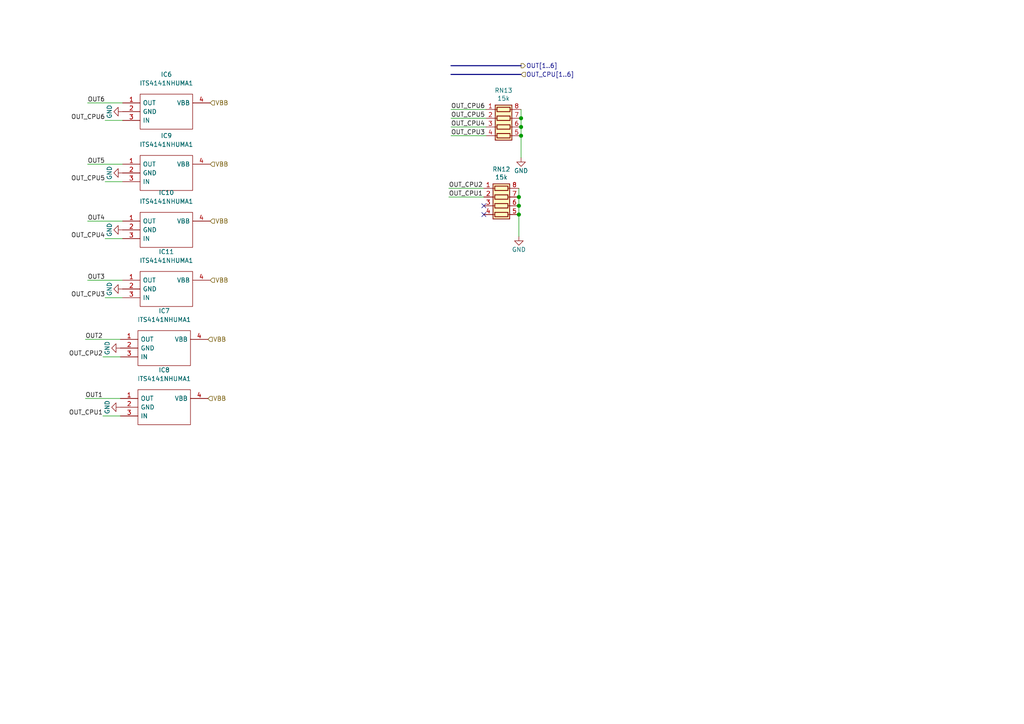
<source format=kicad_sch>
(kicad_sch (version 20201015) (generator eeschema)
  (paper "A4")
  (title_block (title "Uni printer") (date "2020-04-30") (rev "2.0") (company "Kartech") (comment 1 "jaroslaw.karwik@gmail.com"))
  (lib_symbols
    (symbol "ITS4141NHUMA1:ITS4141NHUMA1" (pin_names (offset 0.762))
      (property "Reference" "IC" (at 21.59 7.62 0))
      (property "Value" "ITS4141NHUMA1" (at 21.59 5.08 0))
      (symbol "ITS4141NHUMA1_0_0"
        (pin passive line (at 0 0 0) (length 5.08) (name "OUT") (number "1"))
        (pin passive line (at 0 -2.54 0) (length 5.08) (name "GND") (number "2"))
        (pin passive line (at 0 -5.08 0) (length 5.08) (name "IN") (number "3"))
        (pin passive line (at 25.4 0 180) (length 5.08) (name "VBB") (number "4"))
      )
      (symbol "ITS4141NHUMA1_0_1"
        (polyline (pts (xy 5.08 2.54) (xy 20.32 2.54) (xy 20.32 -7.62) (xy 5.08 -7.62) (xy 5.08 2.54)) (stroke (width 0.1524)))
      )
    )
    (symbol "Uni_Printer-rescue:GND-Sensor_tank_v1-rescue-Uni_General_v1-rescue-Uni_Printer_v1-rescue" (power) (pin_names (offset 0))
      (property "Value" "GND-Sensor_tank_v1-rescue-Uni_General_v1-rescue-Uni_Printer_v1-rescue" (at 0 -3.81 0))
      (symbol "GND-Sensor_tank_v1-rescue-Uni_General_v1-rescue-Uni_Printer_v1-rescue_0_1"
        (polyline (pts (xy 0 0) (xy 0 -1.27) (xy 1.27 -1.27) (xy 0 -2.54) (xy -1.27 -1.27) (xy 0 -1.27)))
      )
      (symbol "GND-Sensor_tank_v1-rescue-Uni_General_v1-rescue-Uni_Printer_v1-rescue_1_1"
        (pin power_in line (at 0 0 270) (length 0) hide (name "GND") (number "1"))
      )
    )
    (symbol "Uni_Printer-rescue:R_Pack04-Device" (pin_names (offset 0) hide)
      (property "Reference" "RN" (at -7.62 0 90))
      (property "Value" "R_Pack04-Device" (at 5.08 0 90))
      (symbol "R_Pack04-Device_0_1"
        (rectangle (start -5.715 1.905) (end -4.445 -1.905) (stroke (width 0.254)))
        (rectangle (start -3.175 1.905) (end -1.905 -1.905) (stroke (width 0.254)))
        (rectangle (start -0.635 1.905) (end 0.635 -1.905) (stroke (width 0.254)))
        (rectangle (start 1.905 1.905) (end 3.175 -1.905) (stroke (width 0.254)))
        (rectangle (start -6.35 -2.413) (end 3.81 2.413) (stroke (width 0.254)) (fill (type background)))
        (polyline (pts (xy -5.08 -2.54) (xy -5.08 -1.905)))
        (polyline (pts (xy -5.08 1.905) (xy -5.08 2.54)))
        (polyline (pts (xy -2.54 -2.54) (xy -2.54 -1.905)))
        (polyline (pts (xy -2.54 1.905) (xy -2.54 2.54)))
        (polyline (pts (xy 0 -2.54) (xy 0 -1.905)))
        (polyline (pts (xy 0 1.905) (xy 0 2.54)))
        (polyline (pts (xy 2.54 -2.54) (xy 2.54 -1.905)))
        (polyline (pts (xy 2.54 1.905) (xy 2.54 2.54)))
      )
      (symbol "R_Pack04-Device_1_1"
        (pin passive line (at -5.08 -5.08 90) (length 2.54) (name "R1.1") (number "1"))
        (pin passive line (at -2.54 -5.08 90) (length 2.54) (name "R2.1") (number "2"))
        (pin passive line (at 0 -5.08 90) (length 2.54) (name "R3.1") (number "3"))
        (pin passive line (at 2.54 -5.08 90) (length 2.54) (name "R4.1") (number "4"))
        (pin passive line (at 2.54 5.08 270) (length 2.54) (name "R4.2") (number "5"))
        (pin passive line (at 0 5.08 270) (length 2.54) (name "R3.2") (number "6"))
        (pin passive line (at -2.54 5.08 270) (length 2.54) (name "R2.2") (number "7"))
        (pin passive line (at -5.08 5.08 270) (length 2.54) (name "R1.2") (number "8"))
      )
    )
  )
  (junction (at 150.495 57.15) (diameter 1.016))
  (junction (at 150.495 59.69) (diameter 1.016))
  (junction (at 150.495 62.23) (diameter 1.016))
  (junction (at 151.13 34.29) (diameter 1.016))
  (junction (at 151.13 36.83) (diameter 1.016))
  (junction (at 151.13 39.37) (diameter 1.016))
  (no_connect (at 140.335 59.69))
  (no_connect (at 140.335 62.23))
  (wire (pts (xy 34.925 98.425) (xy 24.765 98.425)))
  (wire (pts (xy 34.925 103.505) (xy 29.845 103.505)))
  (wire (pts (xy 34.925 115.57) (xy 24.765 115.57)))
  (wire (pts (xy 34.925 120.65) (xy 29.845 120.65)))
  (wire (pts (xy 35.56 29.845) (xy 25.4 29.845)))
  (wire (pts (xy 35.56 34.925) (xy 30.48 34.925)))
  (wire (pts (xy 35.56 47.625) (xy 25.4 47.625)))
  (wire (pts (xy 35.56 52.705) (xy 30.48 52.705)))
  (wire (pts (xy 35.56 64.135) (xy 25.4 64.135)))
  (wire (pts (xy 35.56 69.215) (xy 30.48 69.215)))
  (wire (pts (xy 35.56 81.28) (xy 25.4 81.28)))
  (wire (pts (xy 35.56 86.36) (xy 30.48 86.36)))
  (wire (pts (xy 130.175 54.61) (xy 140.335 54.61)))
  (wire (pts (xy 130.175 57.15) (xy 140.335 57.15)))
  (wire (pts (xy 130.81 31.75) (xy 140.97 31.75)))
  (wire (pts (xy 130.81 34.29) (xy 140.97 34.29)))
  (wire (pts (xy 130.81 36.83) (xy 140.97 36.83)))
  (wire (pts (xy 130.81 39.37) (xy 140.97 39.37)))
  (wire (pts (xy 150.495 54.61) (xy 150.495 57.15)))
  (wire (pts (xy 150.495 57.15) (xy 150.495 59.69)))
  (wire (pts (xy 150.495 59.69) (xy 150.495 62.23)))
  (wire (pts (xy 150.495 62.23) (xy 150.495 68.58)))
  (wire (pts (xy 151.13 31.75) (xy 151.13 34.29)))
  (wire (pts (xy 151.13 34.29) (xy 151.13 36.83)))
  (wire (pts (xy 151.13 36.83) (xy 151.13 39.37)))
  (wire (pts (xy 151.13 39.37) (xy 151.13 45.72)))
  (bus (pts (xy 130.81 19.05) (xy 151.13 19.05)))
  (bus (pts (xy 130.81 21.59) (xy 151.13 21.59)))
  (label "OUT2" (at 24.765 98.425 0))
  (label "OUT1" (at 24.765 115.57 0))
  (label "OUT6" (at 25.4 29.845 0))
  (label "OUT5" (at 25.4 47.625 0))
  (label "OUT4" (at 25.4 64.135 0))
  (label "OUT3" (at 25.4 81.28 0))
  (label "OUT_CPU2" (at 29.845 103.505 180))
  (label "OUT_CPU1" (at 29.845 120.65 180))
  (label "OUT_CPU6" (at 30.48 34.925 180))
  (label "OUT_CPU5" (at 30.48 52.705 180))
  (label "OUT_CPU4" (at 30.48 69.215 180))
  (label "OUT_CPU3" (at 30.48 86.36 180))
  (label "OUT_CPU2" (at 130.175 54.61 0))
  (label "OUT_CPU1" (at 130.175 57.15 0))
  (label "OUT_CPU6" (at 130.81 31.75 0))
  (label "OUT_CPU5" (at 130.81 34.29 0))
  (label "OUT_CPU4" (at 130.81 36.83 0))
  (label "OUT_CPU3" (at 130.81 39.37 0))
  (hierarchical_label "VBB" (shape input) (at 60.325 98.425 0))
  (hierarchical_label "VBB" (shape input) (at 60.325 115.57 0))
  (hierarchical_label "VBB" (shape input) (at 60.96 29.845 0))
  (hierarchical_label "VBB" (shape input) (at 60.96 47.625 0))
  (hierarchical_label "VBB" (shape input) (at 60.96 64.135 0))
  (hierarchical_label "VBB" (shape input) (at 60.96 81.28 0))
  (hierarchical_label "OUT[1..6]" (shape output) (at 151.13 19.05 0))
  (hierarchical_label "OUT_CPU[1..6]" (shape input) (at 151.13 21.59 0))
  (symbol (lib_id "Uni_Printer-rescue:GND-Sensor_tank_v1-rescue-Uni_General_v1-rescue-Uni_Printer_v1-rescue") (at 34.925 100.965 270) (unit 1)
    (property "Reference" "#PWR0163" (effects hide))
    (property "Value" "GND" (at 31.115 100.965 0))
  )
  (symbol (lib_id "Uni_Printer-rescue:GND-Sensor_tank_v1-rescue-Uni_General_v1-rescue-Uni_Printer_v1-rescue") (at 34.925 118.11 270) (unit 1)
    (property "Reference" "#PWR0146" (effects hide))
    (property "Value" "GND" (at 31.115 118.11 0))
  )
  (symbol (lib_id "Uni_Printer-rescue:GND-Sensor_tank_v1-rescue-Uni_General_v1-rescue-Uni_Printer_v1-rescue") (at 35.56 32.385 270) (unit 1)
    (property "Reference" "#PWR0149" (effects hide))
    (property "Value" "GND" (at 31.75 32.385 0))
  )
  (symbol (lib_id "Uni_Printer-rescue:GND-Sensor_tank_v1-rescue-Uni_General_v1-rescue-Uni_Printer_v1-rescue") (at 35.56 50.165 270) (unit 1)
    (property "Reference" "#PWR0150" (effects hide))
    (property "Value" "GND" (at 31.75 50.165 0))
  )
  (symbol (lib_id "Uni_Printer-rescue:GND-Sensor_tank_v1-rescue-Uni_General_v1-rescue-Uni_Printer_v1-rescue") (at 35.56 66.675 270) (unit 1)
    (property "Reference" "#PWR0151" (effects hide))
    (property "Value" "GND" (at 31.75 66.675 0))
  )
  (symbol (lib_id "Uni_Printer-rescue:GND-Sensor_tank_v1-rescue-Uni_General_v1-rescue-Uni_Printer_v1-rescue") (at 35.56 83.82 270) (unit 1)
    (property "Reference" "#PWR0152" (effects hide))
    (property "Value" "GND" (at 31.75 83.82 0))
  )
  (symbol (lib_id "Uni_Printer-rescue:GND-Sensor_tank_v1-rescue-Uni_General_v1-rescue-Uni_Printer_v1-rescue") (at 150.495 68.58 0) (unit 1)
    (property "Reference" "#PWR024" (effects hide))
    (property "Value" "GND" (at 150.495 72.39 0))
  )
  (symbol (lib_id "Uni_Printer-rescue:GND-Sensor_tank_v1-rescue-Uni_General_v1-rescue-Uni_Printer_v1-rescue") (at 151.13 45.72 0) (unit 1)
    (property "Reference" "#PWR025" (effects hide))
    (property "Value" "GND" (at 151.13 49.53 0))
  )
  (symbol (lib_id "Uni_Printer-rescue:R_Pack04-Device") (at 145.415 59.69 270) (unit 1)
    (property "Reference" "RN12" (at 145.415 49.0982 90))
    (property "Value" "15k" (at 145.415 51.41 90))
    (property "Footprint" "moje:R_Array_Convex_4x0603" (effects hide))
  )
  (symbol (lib_id "Uni_Printer-rescue:R_Pack04-Device") (at 146.05 36.83 270) (unit 1)
    (property "Reference" "RN13" (at 146.05 26.2382 90))
    (property "Value" "15k" (at 146.05 28.55 90))
    (property "Footprint" "moje:R_Array_Convex_4x0603" (effects hide))
  )
  (symbol (lib_id "ITS4141NHUMA1:ITS4141NHUMA1") (at 34.925 98.425 0) (unit 1)
    (property "Reference" "IC7" (at 47.625 90.17 0))
    (property "Value" "ITS4141NHUMA1" (at 47.625 92.71 0))
    (property "Footprint" "moje:SOT230P700X170-4N" (effects hide))
    (property "Datasheet" "http://www.farnell.com/datasheets/8560http://www.infineon.com/dgdl/Infineon-ITS4141N-DS-v01_01-en.pdf?fileId=db3a304412b407950112b429624b40d32.pdf" (effects hide))
    (property "Description" "INFINEON - ITS4141NHUMA1 - IC, PROFET, PG-SOT223-4" (effects hide))
    (property "Height" "1.7" (effects hide))
    (property "Manufacturer_Name" "Infineon" (effects hide))
    (property "Manufacturer_Part_Number" "ITS4141NHUMA1" (effects hide))
    (property "Arrow Part Number" "ITS4141NHUMA1" (effects hide))
    (property "Arrow Price/Stock" "https://www.arrow.com/en/products/its4141nhuma1/infineon-technologies-ag" (effects hide))
    (property "Mouser Part Number" "726-ITS4141NHUMA1" (effects hide))
    (property "Mouser Price/Stock" "https://www.mouser.co.uk/ProductDetail/Infineon-Technologies/ITS4141NHUMA1?qs=OwbwYO03UsLpuWsm5XYkGg%3D%3D" (effects hide))
  )
  (symbol (lib_id "ITS4141NHUMA1:ITS4141NHUMA1") (at 34.925 115.57 0) (unit 1)
    (property "Reference" "IC8" (at 47.625 107.315 0))
    (property "Value" "ITS4141NHUMA1" (at 47.625 109.855 0))
    (property "Footprint" "moje:SOT230P700X170-4N" (effects hide))
    (property "Datasheet" "http://www.farnell.com/datasheets/8560http://www.infineon.com/dgdl/Infineon-ITS4141N-DS-v01_01-en.pdf?fileId=db3a304412b407950112b429624b40d32.pdf" (effects hide))
    (property "Description" "INFINEON - ITS4141NHUMA1 - IC, PROFET, PG-SOT223-4" (effects hide))
    (property "Height" "1.7" (effects hide))
    (property "Manufacturer_Name" "Infineon" (effects hide))
    (property "Manufacturer_Part_Number" "ITS4141NHUMA1" (effects hide))
    (property "Arrow Part Number" "ITS4141NHUMA1" (effects hide))
    (property "Arrow Price/Stock" "https://www.arrow.com/en/products/its4141nhuma1/infineon-technologies-ag" (effects hide))
    (property "Mouser Part Number" "726-ITS4141NHUMA1" (effects hide))
    (property "Mouser Price/Stock" "https://www.mouser.co.uk/ProductDetail/Infineon-Technologies/ITS4141NHUMA1?qs=OwbwYO03UsLpuWsm5XYkGg%3D%3D" (effects hide))
  )
  (symbol (lib_id "ITS4141NHUMA1:ITS4141NHUMA1") (at 35.56 29.845 0) (unit 1)
    (property "Reference" "IC6" (at 48.26 21.59 0))
    (property "Value" "ITS4141NHUMA1" (at 48.26 24.13 0))
    (property "Footprint" "moje:SOT230P700X170-4N" (effects hide))
    (property "Datasheet" "http://www.farnell.com/datasheets/8560http://www.infineon.com/dgdl/Infineon-ITS4141N-DS-v01_01-en.pdf?fileId=db3a304412b407950112b429624b40d32.pdf" (effects hide))
    (property "Description" "INFINEON - ITS4141NHUMA1 - IC, PROFET, PG-SOT223-4" (effects hide))
    (property "Height" "1.7" (effects hide))
    (property "Manufacturer_Name" "Infineon" (effects hide))
    (property "Manufacturer_Part_Number" "ITS4141NHUMA1" (effects hide))
    (property "Arrow Part Number" "ITS4141NHUMA1" (effects hide))
    (property "Arrow Price/Stock" "https://www.arrow.com/en/products/its4141nhuma1/infineon-technologies-ag" (effects hide))
    (property "Mouser Part Number" "726-ITS4141NHUMA1" (effects hide))
    (property "Mouser Price/Stock" "https://www.mouser.co.uk/ProductDetail/Infineon-Technologies/ITS4141NHUMA1?qs=OwbwYO03UsLpuWsm5XYkGg%3D%3D" (effects hide))
  )
  (symbol (lib_id "ITS4141NHUMA1:ITS4141NHUMA1") (at 35.56 47.625 0) (unit 1)
    (property "Reference" "IC9" (at 48.26 39.37 0))
    (property "Value" "ITS4141NHUMA1" (at 48.26 41.91 0))
    (property "Footprint" "moje:SOT230P700X170-4N" (effects hide))
    (property "Datasheet" "http://www.farnell.com/datasheets/8560http://www.infineon.com/dgdl/Infineon-ITS4141N-DS-v01_01-en.pdf?fileId=db3a304412b407950112b429624b40d32.pdf" (effects hide))
    (property "Description" "INFINEON - ITS4141NHUMA1 - IC, PROFET, PG-SOT223-4" (effects hide))
    (property "Height" "1.7" (effects hide))
    (property "Manufacturer_Name" "Infineon" (effects hide))
    (property "Manufacturer_Part_Number" "ITS4141NHUMA1" (effects hide))
    (property "Arrow Part Number" "ITS4141NHUMA1" (effects hide))
    (property "Arrow Price/Stock" "https://www.arrow.com/en/products/its4141nhuma1/infineon-technologies-ag" (effects hide))
    (property "Mouser Part Number" "726-ITS4141NHUMA1" (effects hide))
    (property "Mouser Price/Stock" "https://www.mouser.co.uk/ProductDetail/Infineon-Technologies/ITS4141NHUMA1?qs=OwbwYO03UsLpuWsm5XYkGg%3D%3D" (effects hide))
  )
  (symbol (lib_id "ITS4141NHUMA1:ITS4141NHUMA1") (at 35.56 64.135 0) (unit 1)
    (property "Reference" "IC10" (at 48.26 55.88 0))
    (property "Value" "ITS4141NHUMA1" (at 48.26 58.42 0))
    (property "Footprint" "moje:SOT230P700X170-4N" (effects hide))
    (property "Datasheet" "http://www.farnell.com/datasheets/8560http://www.infineon.com/dgdl/Infineon-ITS4141N-DS-v01_01-en.pdf?fileId=db3a304412b407950112b429624b40d32.pdf" (effects hide))
    (property "Description" "INFINEON - ITS4141NHUMA1 - IC, PROFET, PG-SOT223-4" (effects hide))
    (property "Height" "1.7" (effects hide))
    (property "Manufacturer_Name" "Infineon" (effects hide))
    (property "Manufacturer_Part_Number" "ITS4141NHUMA1" (effects hide))
    (property "Arrow Part Number" "ITS4141NHUMA1" (effects hide))
    (property "Arrow Price/Stock" "https://www.arrow.com/en/products/its4141nhuma1/infineon-technologies-ag" (effects hide))
    (property "Mouser Part Number" "726-ITS4141NHUMA1" (effects hide))
    (property "Mouser Price/Stock" "https://www.mouser.co.uk/ProductDetail/Infineon-Technologies/ITS4141NHUMA1?qs=OwbwYO03UsLpuWsm5XYkGg%3D%3D" (effects hide))
  )
  (symbol (lib_id "ITS4141NHUMA1:ITS4141NHUMA1") (at 35.56 81.28 0) (unit 1)
    (property "Reference" "IC11" (at 48.26 73.025 0))
    (property "Value" "ITS4141NHUMA1" (at 48.26 75.565 0))
    (property "Footprint" "moje:SOT230P700X170-4N" (effects hide))
    (property "Datasheet" "http://www.farnell.com/datasheets/8560http://www.infineon.com/dgdl/Infineon-ITS4141N-DS-v01_01-en.pdf?fileId=db3a304412b407950112b429624b40d32.pdf" (effects hide))
    (property "Description" "INFINEON - ITS4141NHUMA1 - IC, PROFET, PG-SOT223-4" (effects hide))
    (property "Height" "1.7" (effects hide))
    (property "Manufacturer_Name" "Infineon" (effects hide))
    (property "Manufacturer_Part_Number" "ITS4141NHUMA1" (effects hide))
    (property "Arrow Part Number" "ITS4141NHUMA1" (effects hide))
    (property "Arrow Price/Stock" "https://www.arrow.com/en/products/its4141nhuma1/infineon-technologies-ag" (effects hide))
    (property "Mouser Part Number" "726-ITS4141NHUMA1" (effects hide))
    (property "Mouser Price/Stock" "https://www.mouser.co.uk/ProductDetail/Infineon-Technologies/ITS4141NHUMA1?qs=OwbwYO03UsLpuWsm5XYkGg%3D%3D" (effects hide))
  )
)
</source>
